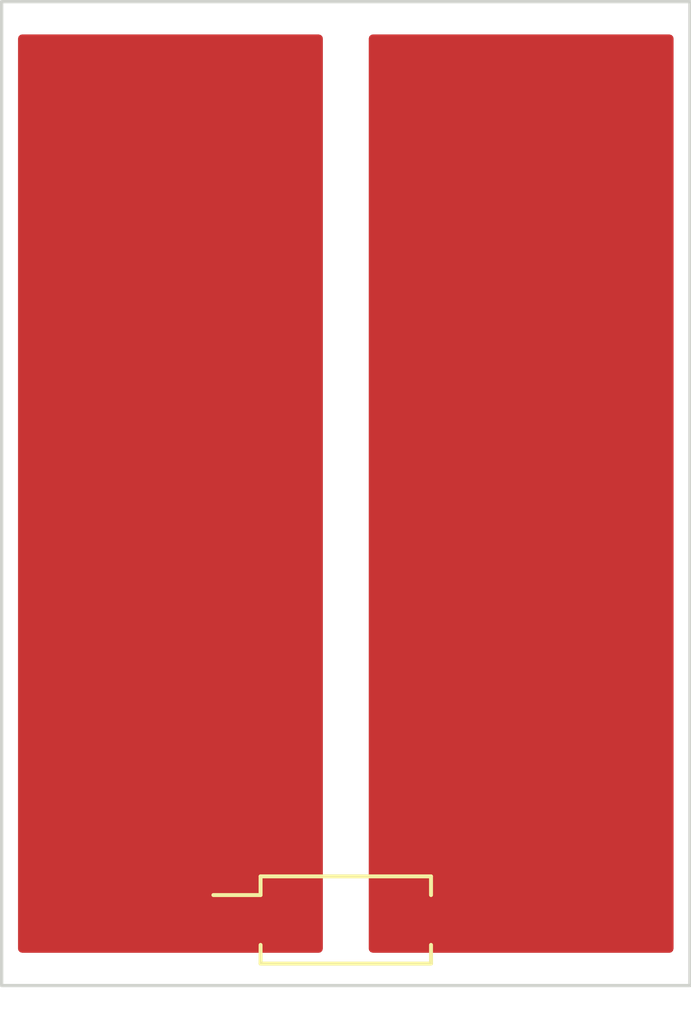
<source format=kicad_pcb>
(kicad_pcb (version 20221018) (generator pcbnew)
  (layers (0 "F.Cu" signal) (31 "B.Cu" signal) (34 "B.Paste" user) (35 "F.Paste" user) (36 "B.SilkS" user "B.Silkscreen") (37 "F.SilkS" user "F.Silkscreen") (38 "B.Mask" user) (39 "F.Mask" user) (44 "Edge.Cuts" user))
  (net 0 "")
  (net 1 "GND")
  (net 2 "/PWR")
  (footprint "Connector_PinHeader_2.54mm:PinHeader_2x01_P2.54mm_Vertical_SMD" (layer "F.Cu") (at 135 136)
    (fp_text reference "J1" hide)
    (fp_text value "Conn_01x02_Pin")
    (fp_line (start -4.04 -0.76) (end -2.6 -0.76) (stroke (width 0.12)) (layer "F.SilkS"))
    (fp_line (start -2.6 -1.33) (end -2.6 -0.76) (stroke (width 0.12)) (layer "F.SilkS"))
    (fp_line (start -2.6 -1.33) (end 2.6 -1.33) (stroke (width 0.12)) (layer "F.SilkS"))
    (fp_line (start -2.6 0.76) (end -2.6 1.33) (stroke (width 0.12)) (layer "F.SilkS"))
    (fp_line (start -2.6 1.33) (end 2.6 1.33) (stroke (width 0.12)) (layer "F.SilkS"))
    (fp_line (start 2.6 -1.33) (end 2.6 -0.76) (stroke (width 0.12)) (layer "F.SilkS"))
    (fp_line (start 2.6 0.76) (end 2.6 1.33) (stroke (width 0.12)) (layer "F.SilkS"))
    (pad "1" smd rect (at -2.525 0) (size 3.15 1) (layers "F.Cu" "F.Paste" "F.Mask") (net 2 "/PWR"))
    (pad "2" smd rect (at 2.525 0) (size 3.15 1) (layers "F.Cu" "F.Paste" "F.Mask") (net 1 "GND"))
  )
  (gr_rect (start 124.5 108) (end 145.5 138) (stroke (width 0.1)) (fill none) (layer "Edge.Cuts"))
  (zone (net 2) (net_name "/PWR") (layer "F.Cu") (connect_pads yes (clearance 0.5)) (min_thickness 0.25) (fill yes (thermal_gap 0.5) (thermal_bridge_width 0.5))
    (polygon (pts (xy 134.3 137) (xy 134.3 109) (xy 125 109) (xy 125 137)))
  )
  (zone (net 1) (net_name "GND") (layer "F.Cu") (priority 1) (connect_pads yes (clearance 0.4)) (min_thickness 0.25) (fill yes (thermal_gap 0.5) (thermal_bridge_width 0.5))
    (polygon (pts (xy 135.7 137) (xy 135.7 109) (xy 145 109) (xy 145 137)))
  )
)
</source>
